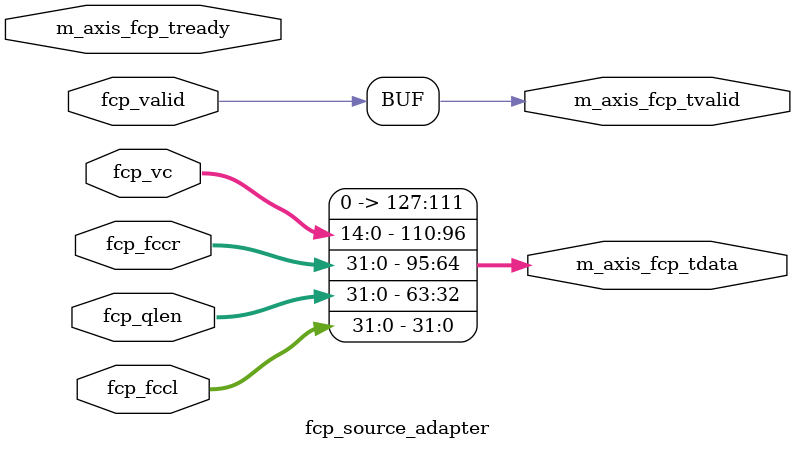
<source format=v>
`timescale 1ns / 1ps

// fcp_adapters.v
module fcp_source_adapter #
(
    parameter QUEUE_INDEX_WIDTH = 15,
    parameter STAT_WIDTH = 32,
    parameter AXIS_WIDTH = 128
)
(
    // Discrete FCP Inputs
    input  wire                          fcp_valid,
    input  wire [QUEUE_INDEX_WIDTH-1:0]  fcp_vc,
    input  wire [STAT_WIDTH-1:0]         fcp_fccl,
    input  wire [STAT_WIDTH-1:0]         fcp_qlen,
    input  wire [STAT_WIDTH-1:0]         fcp_fccr,

    // AXIS Output
    output wire [AXIS_WIDTH-1:0]         m_axis_fcp_tdata,
    output wire                          m_axis_fcp_tvalid,
    input  wire                          m_axis_fcp_tready // Optional support
);
    // Packing format: {Padding, VC, FCCR, QLEN, FCCL} 
    // Adjust order as preferred. LSB is usually consumer-specific.
    // Let's use: [VC, FCCR, QLEN, FCCL]
    // FCCL [31:0]
    // QLEN [63:32]
    // FCCR [95:64]
    // VC   [96+QUEUE_INDEX_WIDTH-1 : 96]
    
    assign m_axis_fcp_tvalid = fcp_valid;
    
    assign m_axis_fcp_tdata[31:0] = fcp_fccl;
    assign m_axis_fcp_tdata[63:32] = fcp_qlen;
    assign m_axis_fcp_tdata[95:64] = fcp_fccr;
    assign m_axis_fcp_tdata[96 +: QUEUE_INDEX_WIDTH] = fcp_vc;
    assign m_axis_fcp_tdata[AXIS_WIDTH-1 : 96+QUEUE_INDEX_WIDTH] = 0; // Padding

endmodule
</source>
